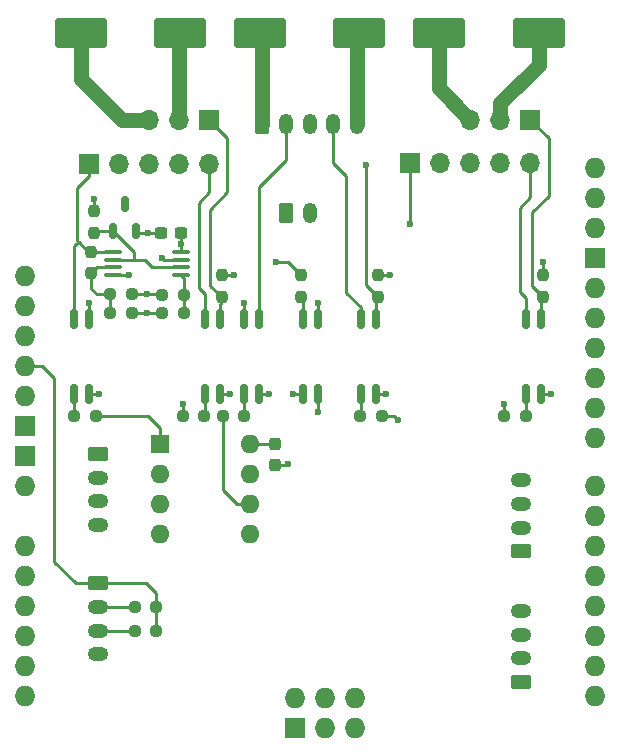
<source format=gtl>
G04 #@! TF.GenerationSoftware,KiCad,Pcbnew,7.0.0*
G04 #@! TF.CreationDate,2023-03-02T16:39:17-08:00*
G04 #@! TF.ProjectId,KYBERNETES-CHASSIS-SHIELD,4b594245-524e-4455-9445-532d43484153,rev?*
G04 #@! TF.SameCoordinates,Original*
G04 #@! TF.FileFunction,Copper,L1,Top*
G04 #@! TF.FilePolarity,Positive*
%FSLAX46Y46*%
G04 Gerber Fmt 4.6, Leading zero omitted, Abs format (unit mm)*
G04 Created by KiCad (PCBNEW 7.0.0) date 2023-03-02 16:39:17*
%MOMM*%
%LPD*%
G01*
G04 APERTURE LIST*
G04 Aperture macros list*
%AMRoundRect*
0 Rectangle with rounded corners*
0 $1 Rounding radius*
0 $2 $3 $4 $5 $6 $7 $8 $9 X,Y pos of 4 corners*
0 Add a 4 corners polygon primitive as box body*
4,1,4,$2,$3,$4,$5,$6,$7,$8,$9,$2,$3,0*
0 Add four circle primitives for the rounded corners*
1,1,$1+$1,$2,$3*
1,1,$1+$1,$4,$5*
1,1,$1+$1,$6,$7*
1,1,$1+$1,$8,$9*
0 Add four rect primitives between the rounded corners*
20,1,$1+$1,$2,$3,$4,$5,0*
20,1,$1+$1,$4,$5,$6,$7,0*
20,1,$1+$1,$6,$7,$8,$9,0*
20,1,$1+$1,$8,$9,$2,$3,0*%
G04 Aperture macros list end*
G04 #@! TA.AperFunction,SMDPad,CuDef*
%ADD10RoundRect,0.150000X0.150000X-0.662500X0.150000X0.662500X-0.150000X0.662500X-0.150000X-0.662500X0*%
G04 #@! TD*
G04 #@! TA.AperFunction,SMDPad,CuDef*
%ADD11RoundRect,0.237500X0.250000X0.237500X-0.250000X0.237500X-0.250000X-0.237500X0.250000X-0.237500X0*%
G04 #@! TD*
G04 #@! TA.AperFunction,SMDPad,CuDef*
%ADD12RoundRect,0.237500X-0.250000X-0.237500X0.250000X-0.237500X0.250000X0.237500X-0.250000X0.237500X0*%
G04 #@! TD*
G04 #@! TA.AperFunction,SMDPad,CuDef*
%ADD13RoundRect,0.237500X-0.237500X0.250000X-0.237500X-0.250000X0.237500X-0.250000X0.237500X0.250000X0*%
G04 #@! TD*
G04 #@! TA.AperFunction,SMDPad,CuDef*
%ADD14RoundRect,0.237500X0.237500X-0.250000X0.237500X0.250000X-0.237500X0.250000X-0.237500X-0.250000X0*%
G04 #@! TD*
G04 #@! TA.AperFunction,SMDPad,CuDef*
%ADD15RoundRect,0.250000X-1.950000X-1.000000X1.950000X-1.000000X1.950000X1.000000X-1.950000X1.000000X0*%
G04 #@! TD*
G04 #@! TA.AperFunction,SMDPad,CuDef*
%ADD16RoundRect,0.237500X-0.237500X0.300000X-0.237500X-0.300000X0.237500X-0.300000X0.237500X0.300000X0*%
G04 #@! TD*
G04 #@! TA.AperFunction,ComponentPad*
%ADD17R,1.600000X1.600000*%
G04 #@! TD*
G04 #@! TA.AperFunction,ComponentPad*
%ADD18O,1.600000X1.600000*%
G04 #@! TD*
G04 #@! TA.AperFunction,SMDPad,CuDef*
%ADD19RoundRect,0.250000X1.950000X1.000000X-1.950000X1.000000X-1.950000X-1.000000X1.950000X-1.000000X0*%
G04 #@! TD*
G04 #@! TA.AperFunction,ComponentPad*
%ADD20R,1.700000X1.700000*%
G04 #@! TD*
G04 #@! TA.AperFunction,ComponentPad*
%ADD21O,1.700000X1.700000*%
G04 #@! TD*
G04 #@! TA.AperFunction,ComponentPad*
%ADD22RoundRect,0.250000X0.625000X-0.350000X0.625000X0.350000X-0.625000X0.350000X-0.625000X-0.350000X0*%
G04 #@! TD*
G04 #@! TA.AperFunction,ComponentPad*
%ADD23O,1.750000X1.200000*%
G04 #@! TD*
G04 #@! TA.AperFunction,SMDPad,CuDef*
%ADD24RoundRect,0.150000X-0.150000X0.662500X-0.150000X-0.662500X0.150000X-0.662500X0.150000X0.662500X0*%
G04 #@! TD*
G04 #@! TA.AperFunction,SMDPad,CuDef*
%ADD25RoundRect,0.237500X0.300000X0.237500X-0.300000X0.237500X-0.300000X-0.237500X0.300000X-0.237500X0*%
G04 #@! TD*
G04 #@! TA.AperFunction,ComponentPad*
%ADD26RoundRect,0.250000X-0.625000X0.350000X-0.625000X-0.350000X0.625000X-0.350000X0.625000X0.350000X0*%
G04 #@! TD*
G04 #@! TA.AperFunction,ComponentPad*
%ADD27O,1.727200X1.727200*%
G04 #@! TD*
G04 #@! TA.AperFunction,ComponentPad*
%ADD28R,1.727200X1.727200*%
G04 #@! TD*
G04 #@! TA.AperFunction,ComponentPad*
%ADD29RoundRect,0.250000X-0.350000X-0.625000X0.350000X-0.625000X0.350000X0.625000X-0.350000X0.625000X0*%
G04 #@! TD*
G04 #@! TA.AperFunction,ComponentPad*
%ADD30O,1.200000X1.750000*%
G04 #@! TD*
G04 #@! TA.AperFunction,SMDPad,CuDef*
%ADD31RoundRect,0.150000X0.150000X-0.512500X0.150000X0.512500X-0.150000X0.512500X-0.150000X-0.512500X0*%
G04 #@! TD*
G04 #@! TA.AperFunction,SMDPad,CuDef*
%ADD32RoundRect,0.100000X-0.637500X-0.100000X0.637500X-0.100000X0.637500X0.100000X-0.637500X0.100000X0*%
G04 #@! TD*
G04 #@! TA.AperFunction,ViaPad*
%ADD33C,0.600000*%
G04 #@! TD*
G04 #@! TA.AperFunction,Conductor*
%ADD34C,0.254000*%
G04 #@! TD*
G04 #@! TA.AperFunction,Conductor*
%ADD35C,1.270000*%
G04 #@! TD*
G04 APERTURE END LIST*
D10*
X146205000Y-100812500D03*
X147475000Y-100812500D03*
X147475000Y-94437500D03*
X146205000Y-94437500D03*
D11*
X157900000Y-102675000D03*
X156075000Y-102675000D03*
D12*
X168250000Y-102675000D03*
X170075000Y-102675000D03*
D13*
X133550000Y-85325000D03*
X133550000Y-87150000D03*
D11*
X141125000Y-92375000D03*
X139300000Y-92375000D03*
D12*
X144400000Y-102675000D03*
X146225000Y-102675000D03*
D11*
X138775000Y-118850000D03*
X136950000Y-118850000D03*
D14*
X133300000Y-90565000D03*
X133300000Y-88740000D03*
D15*
X147575000Y-70200000D03*
X155975000Y-70200000D03*
D16*
X148850000Y-105060000D03*
X148850000Y-106785000D03*
D17*
X139129999Y-105054999D03*
D18*
X139129999Y-107594999D03*
X139129999Y-110134999D03*
X139129999Y-112674999D03*
X146749999Y-112674999D03*
X146749999Y-110134999D03*
X146749999Y-107594999D03*
X146749999Y-105054999D03*
D19*
X171150000Y-70200000D03*
X162750000Y-70200000D03*
D20*
X143249999Y-77575118D03*
D21*
X140709999Y-77575118D03*
X138169999Y-77575118D03*
D11*
X136700000Y-93925000D03*
X134875000Y-93925000D03*
D22*
X169650000Y-114100000D03*
D23*
X169649999Y-112099999D03*
X169649999Y-110099999D03*
X169649999Y-108099999D03*
D22*
X169650000Y-125175000D03*
D23*
X169649999Y-123174999D03*
X169649999Y-121174999D03*
X169649999Y-119174999D03*
D24*
X152475000Y-94412500D03*
X151205000Y-94412500D03*
X151205000Y-100787500D03*
X152475000Y-100787500D03*
D10*
X131855000Y-100812500D03*
X133125000Y-100812500D03*
X133125000Y-94437500D03*
X131855000Y-94437500D03*
D25*
X140875000Y-87150000D03*
X139150000Y-87150000D03*
D26*
X133875000Y-116825000D03*
D23*
X133874999Y-118824999D03*
X133874999Y-120824999D03*
X133874999Y-122824999D03*
D27*
X127669999Y-90819880D03*
X127669999Y-98439880D03*
X127669999Y-100979880D03*
X155609999Y-129046880D03*
X127669999Y-113679880D03*
X127669999Y-116219880D03*
X127669999Y-118759880D03*
X127669999Y-121299880D03*
X127669999Y-123839880D03*
X127669999Y-126379880D03*
X175929999Y-86755880D03*
X175929999Y-126379880D03*
X175929999Y-123839880D03*
X175929999Y-121299880D03*
X175929999Y-118759880D03*
X175929999Y-116219880D03*
X175929999Y-113679880D03*
X175929999Y-111139880D03*
X175929999Y-108599880D03*
X175929999Y-104535880D03*
X175929999Y-101995880D03*
X175929999Y-99455880D03*
X175929999Y-96915880D03*
X175929999Y-94375880D03*
X175929999Y-91835880D03*
D28*
X175929999Y-89295880D03*
X127669999Y-103519880D03*
X127669999Y-106059880D03*
X150529999Y-129046880D03*
D27*
X127669999Y-93359880D03*
X155609999Y-126506880D03*
X153069999Y-129046880D03*
X127669999Y-95899880D03*
X150529999Y-126506880D03*
X153069999Y-126506880D03*
X175929999Y-81675880D03*
X175929999Y-84215880D03*
X127669999Y-108599880D03*
D11*
X138775000Y-120825000D03*
X136950000Y-120825000D03*
D12*
X139300000Y-93950000D03*
X141125000Y-93950000D03*
D29*
X147775000Y-77950000D03*
D30*
X149774999Y-77949999D03*
X151774999Y-77949999D03*
X153774999Y-77949999D03*
X155774999Y-77949999D03*
D10*
X156080000Y-100812500D03*
X157350000Y-100812500D03*
X157350000Y-94437500D03*
X156080000Y-94437500D03*
D29*
X149775000Y-85450000D03*
D30*
X151774999Y-85449999D03*
D20*
X133089999Y-81275118D03*
D21*
X135629999Y-81275118D03*
X138169999Y-81275118D03*
X140709999Y-81275118D03*
X143249999Y-81275118D03*
D14*
X144325000Y-92562500D03*
X144325000Y-90737500D03*
D31*
X135150000Y-86975000D03*
X137050000Y-86975000D03*
X136100000Y-84700000D03*
D20*
X160309999Y-81250118D03*
D21*
X162849999Y-81250118D03*
X165389999Y-81250118D03*
X167929999Y-81250118D03*
X170469999Y-81250118D03*
D32*
X135137500Y-88775000D03*
X135137500Y-89425000D03*
X135137500Y-90075000D03*
X135137500Y-90725000D03*
X140862500Y-90725000D03*
X140862500Y-90075000D03*
X140862500Y-89425000D03*
X140862500Y-88775000D03*
D11*
X133675000Y-102650000D03*
X131850000Y-102650000D03*
D14*
X171525000Y-92562500D03*
X171525000Y-90737500D03*
D19*
X140800000Y-70200000D03*
X132400000Y-70200000D03*
D12*
X141025000Y-102675000D03*
X142850000Y-102675000D03*
X134875000Y-92350000D03*
X136700000Y-92350000D03*
D10*
X142880000Y-100812500D03*
X144150000Y-100812500D03*
X144150000Y-94437500D03*
X142880000Y-94437500D03*
D26*
X133875000Y-105860000D03*
D23*
X133874999Y-107859999D03*
X133874999Y-109859999D03*
X133874999Y-111859999D03*
D10*
X170080000Y-100812500D03*
X171350000Y-100812500D03*
X171350000Y-94437500D03*
X170080000Y-94437500D03*
D20*
X170464999Y-77550118D03*
D21*
X167924999Y-77550118D03*
X165384999Y-77550118D03*
D13*
X151025000Y-90725000D03*
X151025000Y-92550000D03*
D14*
X157530000Y-92562500D03*
X157530000Y-90737500D03*
D33*
X160300000Y-86430000D03*
X138025000Y-93950000D03*
X146200000Y-93050000D03*
X140875000Y-88100000D03*
X152475000Y-93050000D03*
X133550000Y-84275000D03*
X133125000Y-93075000D03*
X158600000Y-90725000D03*
X136440000Y-90720000D03*
X145375000Y-90750000D03*
X171525000Y-89650000D03*
X138050000Y-87150000D03*
X138025000Y-92325000D03*
X156521250Y-81371250D03*
X139250000Y-89250000D03*
X148900000Y-89600000D03*
X149900000Y-106675000D03*
X145050000Y-100825000D03*
X158200000Y-100825000D03*
X133975000Y-100800000D03*
X150325000Y-100800000D03*
X172225000Y-100825000D03*
X148325000Y-100825000D03*
X152475000Y-102300000D03*
X159250000Y-102975000D03*
X141025000Y-101625000D03*
X168250000Y-101625000D03*
D34*
X146750000Y-105055000D02*
X148845000Y-105055000D01*
X130125000Y-114975000D02*
X130125000Y-99425000D01*
X138775000Y-117650000D02*
X138775000Y-118850000D01*
X129139881Y-98439881D02*
X127670000Y-98439881D01*
X133875000Y-116825000D02*
X131975000Y-116825000D01*
X130125000Y-99425000D02*
X129139881Y-98439881D01*
X138775000Y-120825000D02*
X138775000Y-118850000D01*
X131975000Y-116825000D02*
X130125000Y-114975000D01*
X137950000Y-116825000D02*
X138775000Y-117650000D01*
X133875000Y-116825000D02*
X137950000Y-116825000D01*
X133875000Y-118825000D02*
X136925000Y-118825000D01*
X133875000Y-120825000D02*
X136950000Y-120825000D01*
X156080000Y-93430000D02*
X154862500Y-92212500D01*
X154862500Y-82337500D02*
X153775000Y-81250000D01*
X153775000Y-81250000D02*
X153775000Y-77950000D01*
X154862500Y-92212500D02*
X154862500Y-82337500D01*
X156080000Y-94437500D02*
X156080000Y-93430000D01*
X160300000Y-86430000D02*
X160310000Y-86420000D01*
X160310000Y-86420000D02*
X160310000Y-81250119D01*
X132100000Y-83350000D02*
X132100000Y-87800000D01*
X132015000Y-88125000D02*
X132220000Y-87920000D01*
X133090000Y-81275119D02*
X133090000Y-82360000D01*
X131855000Y-88285000D02*
X132015000Y-88125000D01*
X131850000Y-88290000D02*
X132015000Y-88125000D01*
X135137500Y-88775000D02*
X133335000Y-88775000D01*
X131855000Y-94437500D02*
X131855000Y-88285000D01*
X133335000Y-88775000D02*
X133300000Y-88740000D01*
X133090000Y-82360000D02*
X132100000Y-83350000D01*
X132220000Y-87920000D02*
X133040000Y-88740000D01*
X133040000Y-88740000D02*
X133300000Y-88740000D01*
X132100000Y-87800000D02*
X132220000Y-87920000D01*
X146750000Y-110135000D02*
X146740000Y-110125000D01*
X144400000Y-108925000D02*
X144400000Y-102675000D01*
X146740000Y-110125000D02*
X145600000Y-110125000D01*
X145600000Y-110125000D02*
X144400000Y-108925000D01*
X139130000Y-103655000D02*
X138125000Y-102650000D01*
X138125000Y-102650000D02*
X133675000Y-102650000D01*
X139130000Y-105055000D02*
X139130000Y-103655000D01*
D35*
X147775000Y-77950000D02*
X147775000Y-70400000D01*
X147775000Y-70400000D02*
X147575000Y-70200000D01*
D34*
X146205000Y-93055000D02*
X146200000Y-93050000D01*
X146205000Y-94437500D02*
X146205000Y-93055000D01*
X136725000Y-93950000D02*
X136700000Y-93925000D01*
X138025000Y-93950000D02*
X136725000Y-93950000D01*
X139300000Y-93950000D02*
X138025000Y-93950000D01*
X152475000Y-94412500D02*
X152475000Y-93050000D01*
X133550000Y-85325000D02*
X133550000Y-84275000D01*
X140875000Y-88762500D02*
X140862500Y-88775000D01*
X140875000Y-88100000D02*
X140875000Y-88762500D01*
X140875000Y-87150000D02*
X140875000Y-88100000D01*
X138050000Y-87150000D02*
X137225000Y-87150000D01*
X138025000Y-92325000D02*
X138050000Y-92350000D01*
D35*
X132400000Y-70200000D02*
X132400000Y-74080000D01*
D34*
X136700000Y-92350000D02*
X138000000Y-92350000D01*
X136435000Y-90725000D02*
X136440000Y-90720000D01*
X139150000Y-87150000D02*
X138050000Y-87150000D01*
X137225000Y-87150000D02*
X137050000Y-86975000D01*
X133125000Y-94437500D02*
X133125000Y-93075000D01*
D35*
X155775000Y-70400000D02*
X155975000Y-70200000D01*
D34*
X171525000Y-90737500D02*
X171525000Y-89650000D01*
D35*
X132400000Y-74080000D02*
X135895119Y-77575119D01*
D34*
X138000000Y-92350000D02*
X138025000Y-92325000D01*
X135137500Y-90725000D02*
X136435000Y-90725000D01*
D35*
X162750000Y-70200000D02*
X162750000Y-74915119D01*
X162750000Y-74915119D02*
X165385000Y-77550119D01*
X155775000Y-77950000D02*
X155775000Y-70400000D01*
D34*
X144325000Y-90737500D02*
X145362500Y-90737500D01*
X157530000Y-90737500D02*
X158587500Y-90737500D01*
X158587500Y-90737500D02*
X158600000Y-90725000D01*
X139275000Y-92350000D02*
X139300000Y-92375000D01*
D35*
X138170000Y-77575119D02*
X135895119Y-77575119D01*
D34*
X145362500Y-90737500D02*
X145375000Y-90750000D01*
X138050000Y-92350000D02*
X139275000Y-92350000D01*
X147475000Y-88225000D02*
X147475000Y-94437500D01*
X147475000Y-88225000D02*
X147475000Y-83270000D01*
X147475000Y-83270000D02*
X149775000Y-80970000D01*
X149775000Y-77950000D02*
X149775000Y-80970000D01*
X156521250Y-91553750D02*
X157530000Y-92562500D01*
X157350000Y-94437500D02*
X157350000Y-92742500D01*
X156521250Y-91553750D02*
X156521250Y-81371250D01*
X157350000Y-92742500D02*
X157530000Y-92562500D01*
X141125000Y-92375000D02*
X141125000Y-90987500D01*
X141125000Y-93950000D02*
X141125000Y-92375000D01*
X141125000Y-90987500D02*
X140862500Y-90725000D01*
X133790000Y-90075000D02*
X135137500Y-90075000D01*
X133300000Y-90565000D02*
X133300000Y-91880000D01*
X133770000Y-92350000D02*
X134875000Y-92350000D01*
X133300000Y-90565000D02*
X133790000Y-90075000D01*
X133300000Y-91880000D02*
X133770000Y-92350000D01*
X134875000Y-93925000D02*
X134875000Y-92350000D01*
X138450000Y-90075000D02*
X140862500Y-90075000D01*
X133725000Y-86975000D02*
X133550000Y-87150000D01*
X135150000Y-86975000D02*
X133725000Y-86975000D01*
X137800000Y-89425000D02*
X138450000Y-90075000D01*
X136900000Y-89425000D02*
X136900000Y-88725000D01*
X135137500Y-89425000D02*
X136900000Y-89425000D01*
X136900000Y-89425000D02*
X137800000Y-89425000D01*
X136900000Y-88725000D02*
X135150000Y-86975000D01*
X151025000Y-90725000D02*
X149904000Y-89604000D01*
X140862500Y-89425000D02*
X139425000Y-89425000D01*
X149904000Y-89604000D02*
X148904000Y-89604000D01*
X139425000Y-89425000D02*
X139250000Y-89250000D01*
X148904000Y-89604000D02*
X148900000Y-89600000D01*
X151205000Y-94412500D02*
X151205000Y-92730000D01*
X151205000Y-92730000D02*
X151025000Y-92550000D01*
X133125000Y-100812500D02*
X133962500Y-100812500D01*
X157350000Y-100812500D02*
X158187500Y-100812500D01*
X150337500Y-100787500D02*
X150325000Y-100800000D01*
X145037500Y-100812500D02*
X145050000Y-100825000D01*
X133962500Y-100812500D02*
X133975000Y-100800000D01*
X171350000Y-100812500D02*
X172212500Y-100812500D01*
X148850000Y-106785000D02*
X149900000Y-106785000D01*
X172212500Y-100812500D02*
X172225000Y-100825000D01*
X158187500Y-100812500D02*
X158200000Y-100825000D01*
X144150000Y-100812500D02*
X145037500Y-100812500D01*
X148312500Y-100812500D02*
X148325000Y-100825000D01*
X147475000Y-100812500D02*
X148312500Y-100812500D01*
X151205000Y-100787500D02*
X150337500Y-100787500D01*
X152475000Y-100787500D02*
X152475000Y-102300000D01*
X157900000Y-102675000D02*
X158950000Y-102675000D01*
X158950000Y-102675000D02*
X159250000Y-102975000D01*
X156080000Y-102670000D02*
X156075000Y-102675000D01*
X156080000Y-100812500D02*
X156080000Y-102670000D01*
X141025000Y-102675000D02*
X141025000Y-101625000D01*
X168250000Y-102675000D02*
X168250000Y-101625000D01*
X170080000Y-102670000D02*
X170075000Y-102675000D01*
X170080000Y-100812500D02*
X170080000Y-102670000D01*
X143368750Y-85168690D02*
X144812441Y-83725000D01*
X144812441Y-83725000D02*
X144812441Y-79137559D01*
X144325000Y-92562500D02*
X143368750Y-91606250D01*
X144150000Y-93150000D02*
X144150000Y-94437500D01*
X144812441Y-79137559D02*
X143250000Y-77575119D01*
X144325000Y-92562500D02*
X144325000Y-92975000D01*
X143368750Y-91606250D02*
X143368750Y-85168690D01*
X144325000Y-92975000D02*
X144150000Y-93150000D01*
X142880000Y-92305000D02*
X142375000Y-91800000D01*
D35*
X140710000Y-77575119D02*
X140710000Y-70290000D01*
D34*
X142375000Y-91800000D02*
X142375000Y-84600000D01*
X142375000Y-84600000D02*
X143250000Y-83725000D01*
X142880000Y-94437500D02*
X142880000Y-92305000D01*
X143250000Y-83725000D02*
X143250000Y-81275119D01*
D35*
X140710000Y-70290000D02*
X140800000Y-70200000D01*
D34*
X170606250Y-85393750D02*
X172000000Y-84000000D01*
X171350000Y-94437500D02*
X171350000Y-92737500D01*
X172000000Y-84000000D02*
X172000000Y-79085119D01*
X171525000Y-92562500D02*
X170606250Y-91643750D01*
X170606250Y-91643750D02*
X170606250Y-85393750D01*
X172000000Y-79085119D02*
X170465000Y-77550119D01*
X170470000Y-84125000D02*
X169575000Y-85020000D01*
X170470000Y-81250119D02*
X170470000Y-84125000D01*
X170080000Y-94437500D02*
X170080000Y-92662500D01*
D35*
X171150000Y-70200000D02*
X171150000Y-72895000D01*
D34*
X169575000Y-85020000D02*
X169575000Y-92162500D01*
X169575000Y-92162500D02*
X170075000Y-92662500D01*
D35*
X171150000Y-72895000D02*
X167925000Y-76120000D01*
X167925000Y-77550119D02*
X167925000Y-76120000D01*
D34*
X142880000Y-102645000D02*
X142850000Y-102675000D01*
X142880000Y-100812500D02*
X142880000Y-102645000D01*
X131855000Y-102645000D02*
X131850000Y-102650000D01*
X131855000Y-100812500D02*
X131855000Y-102645000D01*
X146205000Y-100812500D02*
X146205000Y-102655000D01*
X146205000Y-102655000D02*
X146225000Y-102675000D01*
M02*

</source>
